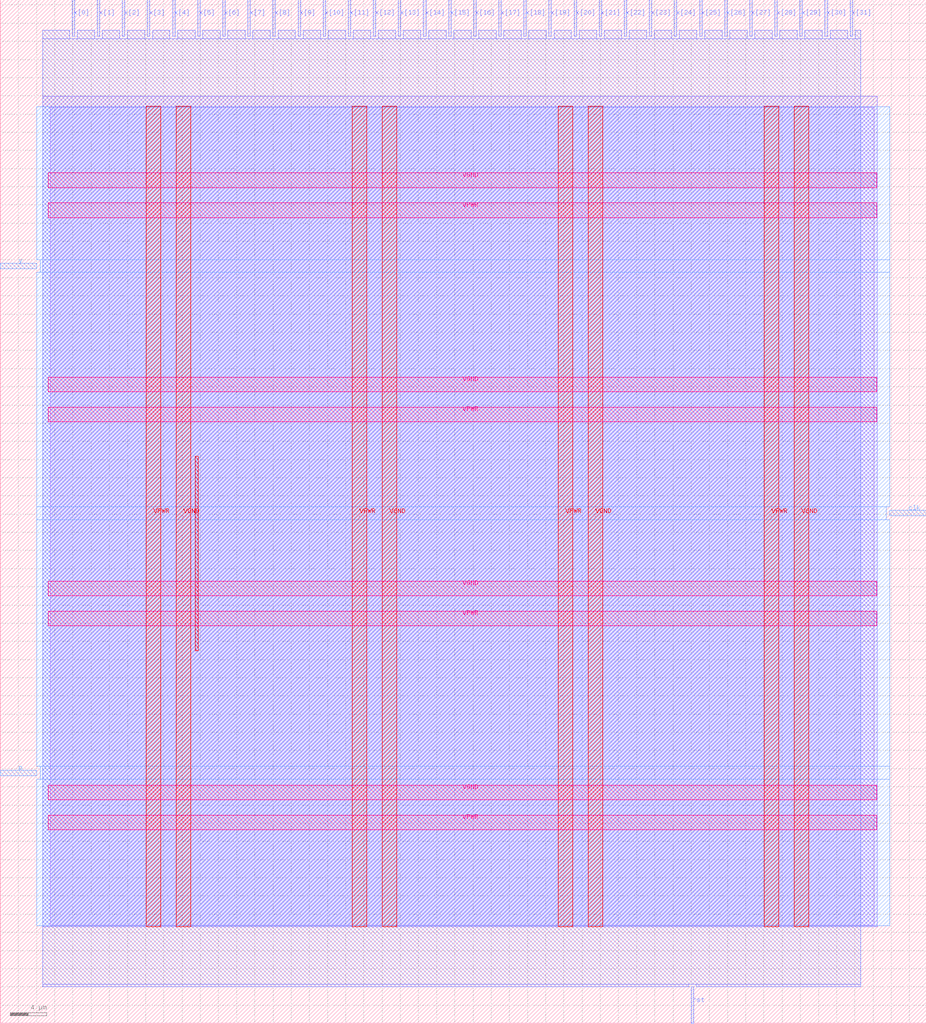
<source format=lef>
VERSION 5.7 ;
  NOWIREEXTENSIONATPIN ON ;
  DIVIDERCHAR "/" ;
  BUSBITCHARS "[]" ;
MACRO spm
  CLASS BLOCK ;
  FOREIGN spm ;
  ORIGIN 0.000 0.000 ;
  SIZE 101.850 BY 112.570 ;
  PIN VGND
    DIRECTION INOUT ;
    USE GROUND ;
    PORT
      LAYER met4 ;
        RECT 19.345 10.640 20.945 100.880 ;
    END
    PORT
      LAYER met4 ;
        RECT 42.000 10.640 43.600 100.880 ;
    END
    PORT
      LAYER met4 ;
        RECT 64.655 10.640 66.255 100.880 ;
    END
    PORT
      LAYER met4 ;
        RECT 87.310 10.640 88.910 100.880 ;
    END
    PORT
      LAYER met5 ;
        RECT 5.280 24.600 96.380 26.200 ;
    END
    PORT
      LAYER met5 ;
        RECT 5.280 47.040 96.380 48.640 ;
    END
    PORT
      LAYER met5 ;
        RECT 5.280 69.480 96.380 71.080 ;
    END
    PORT
      LAYER met5 ;
        RECT 5.280 91.920 96.380 93.520 ;
    END
  END VGND
  PIN VPWR
    DIRECTION INOUT ;
    USE POWER ;
    PORT
      LAYER met4 ;
        RECT 16.045 10.640 17.645 100.880 ;
    END
    PORT
      LAYER met4 ;
        RECT 38.700 10.640 40.300 100.880 ;
    END
    PORT
      LAYER met4 ;
        RECT 61.355 10.640 62.955 100.880 ;
    END
    PORT
      LAYER met4 ;
        RECT 84.010 10.640 85.610 100.880 ;
    END
    PORT
      LAYER met5 ;
        RECT 5.280 21.300 96.380 22.900 ;
    END
    PORT
      LAYER met5 ;
        RECT 5.280 43.740 96.380 45.340 ;
    END
    PORT
      LAYER met5 ;
        RECT 5.280 66.180 96.380 67.780 ;
    END
    PORT
      LAYER met5 ;
        RECT 5.280 88.620 96.380 90.220 ;
    END
  END VPWR
  PIN clk
    DIRECTION INPUT ;
    USE SIGNAL ;
    ANTENNAGATEAREA 0.852000 ;
    PORT
      LAYER met3 ;
        RECT 97.850 55.800 101.850 56.400 ;
    END
  END clk
  PIN p
    DIRECTION OUTPUT TRISTATE ;
    USE SIGNAL ;
    ANTENNADIFFAREA 0.795200 ;
    PORT
      LAYER met3 ;
        RECT 0.000 27.240 4.000 27.840 ;
    END
  END p
  PIN rst
    DIRECTION INPUT ;
    USE SIGNAL ;
    ANTENNAGATEAREA 0.196500 ;
    PORT
      LAYER met2 ;
        RECT 75.990 0.000 76.270 4.000 ;
    END
  END rst
  PIN x[0]
    DIRECTION INPUT ;
    USE SIGNAL ;
    ANTENNAGATEAREA 0.196500 ;
    PORT
      LAYER met2 ;
        RECT 7.910 108.570 8.190 112.570 ;
    END
  END x[0]
  PIN x[10]
    DIRECTION INPUT ;
    USE SIGNAL ;
    ANTENNAGATEAREA 0.196500 ;
    PORT
      LAYER met2 ;
        RECT 35.510 108.570 35.790 112.570 ;
    END
  END x[10]
  PIN x[11]
    DIRECTION INPUT ;
    USE SIGNAL ;
    ANTENNAGATEAREA 0.196500 ;
    PORT
      LAYER met2 ;
        RECT 38.270 108.570 38.550 112.570 ;
    END
  END x[11]
  PIN x[12]
    DIRECTION INPUT ;
    USE SIGNAL ;
    ANTENNAGATEAREA 0.196500 ;
    PORT
      LAYER met2 ;
        RECT 41.030 108.570 41.310 112.570 ;
    END
  END x[12]
  PIN x[13]
    DIRECTION INPUT ;
    USE SIGNAL ;
    ANTENNAGATEAREA 0.196500 ;
    PORT
      LAYER met2 ;
        RECT 43.790 108.570 44.070 112.570 ;
    END
  END x[13]
  PIN x[14]
    DIRECTION INPUT ;
    USE SIGNAL ;
    ANTENNAGATEAREA 0.196500 ;
    PORT
      LAYER met2 ;
        RECT 46.550 108.570 46.830 112.570 ;
    END
  END x[14]
  PIN x[15]
    DIRECTION INPUT ;
    USE SIGNAL ;
    ANTENNAGATEAREA 0.196500 ;
    PORT
      LAYER met2 ;
        RECT 49.310 108.570 49.590 112.570 ;
    END
  END x[15]
  PIN x[16]
    DIRECTION INPUT ;
    USE SIGNAL ;
    ANTENNAGATEAREA 0.196500 ;
    PORT
      LAYER met2 ;
        RECT 52.070 108.570 52.350 112.570 ;
    END
  END x[16]
  PIN x[17]
    DIRECTION INPUT ;
    USE SIGNAL ;
    ANTENNAGATEAREA 0.196500 ;
    PORT
      LAYER met2 ;
        RECT 54.830 108.570 55.110 112.570 ;
    END
  END x[17]
  PIN x[18]
    DIRECTION INPUT ;
    USE SIGNAL ;
    ANTENNAGATEAREA 0.196500 ;
    PORT
      LAYER met2 ;
        RECT 57.590 108.570 57.870 112.570 ;
    END
  END x[18]
  PIN x[19]
    DIRECTION INPUT ;
    USE SIGNAL ;
    ANTENNAGATEAREA 0.196500 ;
    PORT
      LAYER met2 ;
        RECT 60.350 108.570 60.630 112.570 ;
    END
  END x[19]
  PIN x[1]
    DIRECTION INPUT ;
    USE SIGNAL ;
    ANTENNAGATEAREA 0.196500 ;
    PORT
      LAYER met2 ;
        RECT 10.670 108.570 10.950 112.570 ;
    END
  END x[1]
  PIN x[20]
    DIRECTION INPUT ;
    USE SIGNAL ;
    ANTENNAGATEAREA 0.196500 ;
    PORT
      LAYER met2 ;
        RECT 63.110 108.570 63.390 112.570 ;
    END
  END x[20]
  PIN x[21]
    DIRECTION INPUT ;
    USE SIGNAL ;
    ANTENNAGATEAREA 0.196500 ;
    PORT
      LAYER met2 ;
        RECT 65.870 108.570 66.150 112.570 ;
    END
  END x[21]
  PIN x[22]
    DIRECTION INPUT ;
    USE SIGNAL ;
    ANTENNAGATEAREA 0.196500 ;
    PORT
      LAYER met2 ;
        RECT 68.630 108.570 68.910 112.570 ;
    END
  END x[22]
  PIN x[23]
    DIRECTION INPUT ;
    USE SIGNAL ;
    ANTENNAGATEAREA 0.196500 ;
    PORT
      LAYER met2 ;
        RECT 71.390 108.570 71.670 112.570 ;
    END
  END x[23]
  PIN x[24]
    DIRECTION INPUT ;
    USE SIGNAL ;
    ANTENNAGATEAREA 0.196500 ;
    PORT
      LAYER met2 ;
        RECT 74.150 108.570 74.430 112.570 ;
    END
  END x[24]
  PIN x[25]
    DIRECTION INPUT ;
    USE SIGNAL ;
    ANTENNAGATEAREA 0.196500 ;
    PORT
      LAYER met2 ;
        RECT 76.910 108.570 77.190 112.570 ;
    END
  END x[25]
  PIN x[26]
    DIRECTION INPUT ;
    USE SIGNAL ;
    ANTENNAGATEAREA 0.196500 ;
    PORT
      LAYER met2 ;
        RECT 79.670 108.570 79.950 112.570 ;
    END
  END x[26]
  PIN x[27]
    DIRECTION INPUT ;
    USE SIGNAL ;
    ANTENNAGATEAREA 0.196500 ;
    PORT
      LAYER met2 ;
        RECT 82.430 108.570 82.710 112.570 ;
    END
  END x[27]
  PIN x[28]
    DIRECTION INPUT ;
    USE SIGNAL ;
    ANTENNAGATEAREA 0.196500 ;
    PORT
      LAYER met2 ;
        RECT 85.190 108.570 85.470 112.570 ;
    END
  END x[28]
  PIN x[29]
    DIRECTION INPUT ;
    USE SIGNAL ;
    ANTENNAGATEAREA 0.196500 ;
    PORT
      LAYER met2 ;
        RECT 87.950 108.570 88.230 112.570 ;
    END
  END x[29]
  PIN x[2]
    DIRECTION INPUT ;
    USE SIGNAL ;
    ANTENNAGATEAREA 0.196500 ;
    PORT
      LAYER met2 ;
        RECT 13.430 108.570 13.710 112.570 ;
    END
  END x[2]
  PIN x[30]
    DIRECTION INPUT ;
    USE SIGNAL ;
    ANTENNAGATEAREA 0.196500 ;
    PORT
      LAYER met2 ;
        RECT 90.710 108.570 90.990 112.570 ;
    END
  END x[30]
  PIN x[31]
    DIRECTION INPUT ;
    USE SIGNAL ;
    ANTENNAGATEAREA 0.196500 ;
    PORT
      LAYER met2 ;
        RECT 93.470 108.570 93.750 112.570 ;
    END
  END x[31]
  PIN x[3]
    DIRECTION INPUT ;
    USE SIGNAL ;
    ANTENNAGATEAREA 0.196500 ;
    PORT
      LAYER met2 ;
        RECT 16.190 108.570 16.470 112.570 ;
    END
  END x[3]
  PIN x[4]
    DIRECTION INPUT ;
    USE SIGNAL ;
    ANTENNAGATEAREA 0.196500 ;
    PORT
      LAYER met2 ;
        RECT 18.950 108.570 19.230 112.570 ;
    END
  END x[4]
  PIN x[5]
    DIRECTION INPUT ;
    USE SIGNAL ;
    ANTENNAGATEAREA 0.196500 ;
    PORT
      LAYER met2 ;
        RECT 21.710 108.570 21.990 112.570 ;
    END
  END x[5]
  PIN x[6]
    DIRECTION INPUT ;
    USE SIGNAL ;
    ANTENNAGATEAREA 0.196500 ;
    PORT
      LAYER met2 ;
        RECT 24.470 108.570 24.750 112.570 ;
    END
  END x[6]
  PIN x[7]
    DIRECTION INPUT ;
    USE SIGNAL ;
    ANTENNAGATEAREA 0.196500 ;
    PORT
      LAYER met2 ;
        RECT 27.230 108.570 27.510 112.570 ;
    END
  END x[7]
  PIN x[8]
    DIRECTION INPUT ;
    USE SIGNAL ;
    ANTENNAGATEAREA 0.196500 ;
    PORT
      LAYER met2 ;
        RECT 29.990 108.570 30.270 112.570 ;
    END
  END x[8]
  PIN x[9]
    DIRECTION INPUT ;
    USE SIGNAL ;
    ANTENNAGATEAREA 0.196500 ;
    PORT
      LAYER met2 ;
        RECT 32.750 108.570 33.030 112.570 ;
    END
  END x[9]
  PIN y
    DIRECTION INPUT ;
    USE SIGNAL ;
    ANTENNAGATEAREA 0.196500 ;
    PORT
      LAYER met3 ;
        RECT 0.000 83.000 4.000 83.600 ;
    END
  END y
  OBS
      LAYER li1 ;
        RECT 5.520 10.795 96.140 100.725 ;
      LAYER met1 ;
        RECT 4.670 10.640 96.440 101.960 ;
      LAYER met2 ;
        RECT 4.690 108.290 7.630 109.210 ;
        RECT 8.470 108.290 10.390 109.210 ;
        RECT 11.230 108.290 13.150 109.210 ;
        RECT 13.990 108.290 15.910 109.210 ;
        RECT 16.750 108.290 18.670 109.210 ;
        RECT 19.510 108.290 21.430 109.210 ;
        RECT 22.270 108.290 24.190 109.210 ;
        RECT 25.030 108.290 26.950 109.210 ;
        RECT 27.790 108.290 29.710 109.210 ;
        RECT 30.550 108.290 32.470 109.210 ;
        RECT 33.310 108.290 35.230 109.210 ;
        RECT 36.070 108.290 37.990 109.210 ;
        RECT 38.830 108.290 40.750 109.210 ;
        RECT 41.590 108.290 43.510 109.210 ;
        RECT 44.350 108.290 46.270 109.210 ;
        RECT 47.110 108.290 49.030 109.210 ;
        RECT 49.870 108.290 51.790 109.210 ;
        RECT 52.630 108.290 54.550 109.210 ;
        RECT 55.390 108.290 57.310 109.210 ;
        RECT 58.150 108.290 60.070 109.210 ;
        RECT 60.910 108.290 62.830 109.210 ;
        RECT 63.670 108.290 65.590 109.210 ;
        RECT 66.430 108.290 68.350 109.210 ;
        RECT 69.190 108.290 71.110 109.210 ;
        RECT 71.950 108.290 73.870 109.210 ;
        RECT 74.710 108.290 76.630 109.210 ;
        RECT 77.470 108.290 79.390 109.210 ;
        RECT 80.230 108.290 82.150 109.210 ;
        RECT 82.990 108.290 84.910 109.210 ;
        RECT 85.750 108.290 87.670 109.210 ;
        RECT 88.510 108.290 90.430 109.210 ;
        RECT 91.270 108.290 93.190 109.210 ;
        RECT 94.030 108.290 94.660 109.210 ;
        RECT 4.690 4.280 94.660 108.290 ;
        RECT 4.690 4.000 75.710 4.280 ;
        RECT 76.550 4.000 94.660 4.280 ;
      LAYER met3 ;
        RECT 4.000 84.000 97.850 100.805 ;
        RECT 4.400 82.600 97.850 84.000 ;
        RECT 4.000 56.800 97.850 82.600 ;
        RECT 4.000 55.400 97.450 56.800 ;
        RECT 4.000 28.240 97.850 55.400 ;
        RECT 4.400 26.840 97.850 28.240 ;
        RECT 4.000 10.715 97.850 26.840 ;
      LAYER met4 ;
        RECT 21.455 40.975 21.785 62.385 ;
  END
END spm
END LIBRARY


</source>
